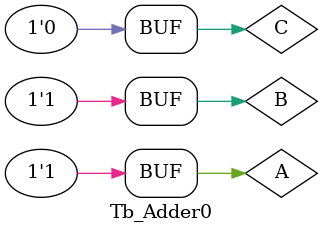
<source format=v>
`timescale 1 ns/1 ns
module Tb_Adder0;
  reg A, B, C;
  wire D, E;
//Unit Under Test instance and port map
Test UUT (.x(A), .y(B), .Cin(C), .Cout(D), .Sum(E));
initial begin  //stimulus generation block
    A = 1'b0; B = 1'b0; C = 1'b0;
    #10;  A = 1'b0; B = 1'b0; C = 1'b1;        
    #10;  A = 1'b0; B = 1'b1; C = 1'b1;        
    #10;  A = 1'b1; B = 1'b0; C = 1'b1;        
    #10;  A = 1'b1; B = 1'b1; C = 1'b1;        
    #10;  A = 1'b0; B = 1'b1; C = 1'b0;
    #10;  A = 1'b1; B = 1'b0; C = 1'b0;
    #10;  A = 1'b1; B = 1'b1; C = 1'b0;
    #10;
end
//initial #100 $finish;
initial  //response monitoring block
  $monitor($realtime, "ns %h %h %h %h", A, B, C, {D, E});
endmodule

</source>
